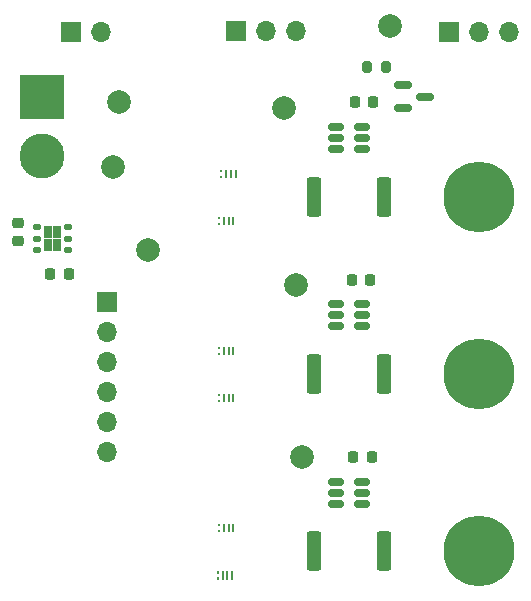
<source format=gbr>
%TF.GenerationSoftware,KiCad,Pcbnew,8.0.2*%
%TF.CreationDate,2024-06-01T20:14:58-04:00*%
%TF.ProjectId,small_compliant_drive,736d616c-6c5f-4636-9f6d-706c69616e74,rev?*%
%TF.SameCoordinates,Original*%
%TF.FileFunction,Soldermask,Top*%
%TF.FilePolarity,Negative*%
%FSLAX46Y46*%
G04 Gerber Fmt 4.6, Leading zero omitted, Abs format (unit mm)*
G04 Created by KiCad (PCBNEW 8.0.2) date 2024-06-01 20:14:58*
%MOMM*%
%LPD*%
G01*
G04 APERTURE LIST*
G04 Aperture macros list*
%AMRoundRect*
0 Rectangle with rounded corners*
0 $1 Rounding radius*
0 $2 $3 $4 $5 $6 $7 $8 $9 X,Y pos of 4 corners*
0 Add a 4 corners polygon primitive as box body*
4,1,4,$2,$3,$4,$5,$6,$7,$8,$9,$2,$3,0*
0 Add four circle primitives for the rounded corners*
1,1,$1+$1,$2,$3*
1,1,$1+$1,$4,$5*
1,1,$1+$1,$6,$7*
1,1,$1+$1,$8,$9*
0 Add four rect primitives between the rounded corners*
20,1,$1+$1,$2,$3,$4,$5,0*
20,1,$1+$1,$4,$5,$6,$7,0*
20,1,$1+$1,$6,$7,$8,$9,0*
20,1,$1+$1,$8,$9,$2,$3,0*%
G04 Aperture macros list end*
%ADD10C,0.180000*%
%ADD11R,3.800000X3.800000*%
%ADD12C,3.800000*%
%ADD13RoundRect,0.250000X-0.362500X-1.425000X0.362500X-1.425000X0.362500X1.425000X-0.362500X1.425000X0*%
%ADD14RoundRect,0.225000X0.225000X0.250000X-0.225000X0.250000X-0.225000X-0.250000X0.225000X-0.250000X0*%
%ADD15RoundRect,0.112500X-0.202500X-0.112500X0.202500X-0.112500X0.202500X0.112500X-0.202500X0.112500X0*%
%ADD16R,0.800000X1.050000*%
%ADD17RoundRect,0.150000X-0.587500X-0.150000X0.587500X-0.150000X0.587500X0.150000X-0.587500X0.150000X0*%
%ADD18RoundRect,0.150000X-0.512500X-0.150000X0.512500X-0.150000X0.512500X0.150000X-0.512500X0.150000X0*%
%ADD19C,2.000000*%
%ADD20RoundRect,0.200000X0.200000X0.275000X-0.200000X0.275000X-0.200000X-0.275000X0.200000X-0.275000X0*%
%ADD21C,6.000000*%
%ADD22RoundRect,0.225000X-0.250000X0.225000X-0.250000X-0.225000X0.250000X-0.225000X0.250000X0.225000X0*%
%ADD23O,1.700000X1.700000*%
%ADD24R,1.700000X1.700000*%
G04 APERTURE END LIST*
D10*
%TO.C,Q6*%
X171100000Y-87318500D02*
X171100000Y-86681500D01*
X170700000Y-87318500D02*
X170700000Y-86681500D01*
X170300000Y-87318500D02*
X170300000Y-86681500D01*
X169900000Y-87319000D02*
X169900000Y-87189000D01*
X169900000Y-86811000D02*
X169900000Y-86681000D01*
%TO.C,Q5*%
X170000000Y-82811000D02*
X170000000Y-82681000D01*
X170000000Y-83319000D02*
X170000000Y-83189000D01*
X170400000Y-83318500D02*
X170400000Y-82681500D01*
X170800000Y-83318500D02*
X170800000Y-82681500D01*
X171200000Y-83318500D02*
X171200000Y-82681500D01*
%TO.C,Q4*%
X170000000Y-71811000D02*
X170000000Y-71681000D01*
X170000000Y-72319000D02*
X170000000Y-72189000D01*
X170400000Y-72318500D02*
X170400000Y-71681500D01*
X170800000Y-72318500D02*
X170800000Y-71681500D01*
X171200000Y-72318500D02*
X171200000Y-71681500D01*
%TO.C,Q3*%
X170000000Y-67811000D02*
X170000000Y-67681000D01*
X170000000Y-68319000D02*
X170000000Y-68189000D01*
X170400000Y-68318500D02*
X170400000Y-67681500D01*
X170800000Y-68318500D02*
X170800000Y-67681500D01*
X171200000Y-68318500D02*
X171200000Y-67681500D01*
%TO.C,Q2*%
X170000000Y-56811000D02*
X170000000Y-56681000D01*
X170000000Y-57319000D02*
X170000000Y-57189000D01*
X170400000Y-57318500D02*
X170400000Y-56681500D01*
X170800000Y-57318500D02*
X170800000Y-56681500D01*
X171200000Y-57318500D02*
X171200000Y-56681500D01*
%TO.C,Q1*%
X171400000Y-53318500D02*
X171400000Y-52681500D01*
X171000000Y-53318500D02*
X171000000Y-52681500D01*
X170600000Y-53318500D02*
X170600000Y-52681500D01*
X170200000Y-53319000D02*
X170200000Y-53189000D01*
X170200000Y-52811000D02*
X170200000Y-52681000D01*
%TD*%
D11*
%TO.C,J4-Vbat*%
X155000000Y-46500000D03*
D12*
X155000000Y-51500000D03*
%TD*%
D13*
%TO.C,R3*%
X178037500Y-85000000D03*
X183962500Y-85000000D03*
%TD*%
%TO.C,R2*%
X178037500Y-70000000D03*
X183962500Y-70000000D03*
%TD*%
%TO.C,R1*%
X178037500Y-55050000D03*
X183962500Y-55050000D03*
%TD*%
D14*
%TO.C,C5*%
X181225000Y-62000000D03*
X182775000Y-62000000D03*
%TD*%
%TO.C,C4*%
X182912500Y-77050000D03*
X181362500Y-77050000D03*
%TD*%
%TO.C,C3*%
X181500000Y-47000000D03*
X183050000Y-47000000D03*
%TD*%
D15*
%TO.C,U5*%
X154560000Y-57575000D03*
X154560000Y-58525000D03*
X154560000Y-59475000D03*
X157240000Y-59475000D03*
X157240000Y-58525000D03*
X157240000Y-57575000D03*
D16*
X155500000Y-58000000D03*
X155500000Y-59050000D03*
X156300000Y-58000000D03*
X156300000Y-59050000D03*
%TD*%
D17*
%TO.C,U4*%
X185562500Y-45550000D03*
X185562500Y-47450000D03*
X187437500Y-46500000D03*
%TD*%
D18*
%TO.C,U3*%
X179862500Y-79100000D03*
X179862500Y-80050000D03*
X179862500Y-81000000D03*
X182137500Y-81000000D03*
X182137500Y-80050000D03*
X182137500Y-79100000D03*
%TD*%
%TO.C,U2*%
X182137500Y-64050000D03*
X182137500Y-65000000D03*
X182137500Y-65950000D03*
X179862500Y-65950000D03*
X179862500Y-65000000D03*
X179862500Y-64050000D03*
%TD*%
%TO.C,U1*%
X179862500Y-49050000D03*
X179862500Y-50000000D03*
X179862500Y-50950000D03*
X182137500Y-50950000D03*
X182137500Y-50000000D03*
X182137500Y-49050000D03*
%TD*%
D19*
%TO.C,TP10*%
X184500000Y-40500000D03*
%TD*%
%TO.C,TP9*%
X177000000Y-77000000D03*
%TD*%
%TO.C,TP8*%
X176500000Y-62500000D03*
%TD*%
%TO.C,TP7*%
X175500000Y-47500000D03*
%TD*%
%TO.C,TP3*%
X164000000Y-59500000D03*
%TD*%
%TO.C,TP2*%
X161000000Y-52500000D03*
%TD*%
%TO.C,TP1*%
X161500000Y-47000000D03*
%TD*%
D20*
%TO.C,R4*%
X184150000Y-44000000D03*
X182500000Y-44000000D03*
%TD*%
D21*
%TO.C,H3*%
X192000000Y-85000000D03*
%TD*%
%TO.C,H2*%
X192000000Y-70000000D03*
%TD*%
%TO.C,H1*%
X192000000Y-55000000D03*
%TD*%
D14*
%TO.C,C2*%
X155725000Y-61500000D03*
X157275000Y-61500000D03*
%TD*%
D22*
%TO.C,C1*%
X153000000Y-57225000D03*
X153000000Y-58775000D03*
%TD*%
D23*
%TO.C,J1*%
X176555000Y-40975000D03*
X174015000Y-40975000D03*
D24*
X171475000Y-40975000D03*
%TD*%
D23*
%TO.C,J2*%
X160500000Y-76580000D03*
X160500000Y-74040000D03*
X160500000Y-71500000D03*
X160500000Y-68960000D03*
X160500000Y-66420000D03*
D24*
X160500000Y-63880000D03*
%TD*%
%TO.C,J3*%
X189460000Y-41000000D03*
D23*
X192000000Y-41000000D03*
X194540000Y-41000000D03*
%TD*%
D24*
%TO.C,J5*%
X157460000Y-41000000D03*
D23*
X160000000Y-41000000D03*
%TD*%
M02*

</source>
